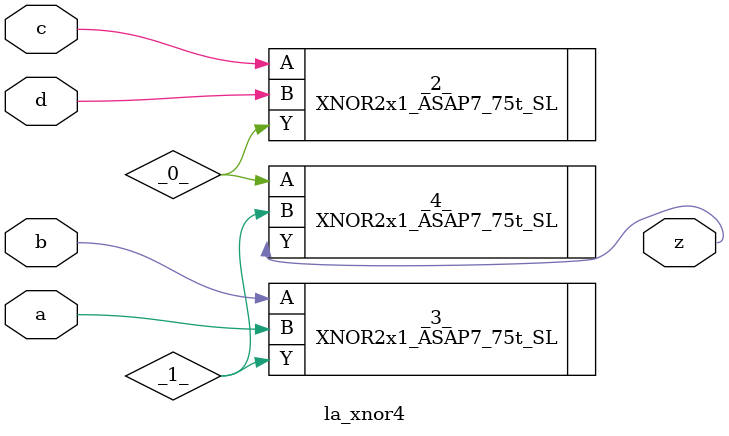
<source format=v>

/* Generated by Yosys 0.44 (git sha1 80ba43d26, g++ 11.4.0-1ubuntu1~22.04 -fPIC -O3) */

(* top =  1  *)
(* src = "generated" *)
module la_xnor4 (
    a,
    b,
    c,
    d,
    z
);
  wire _0_;
  wire _1_;
  (* src = "generated" *)
  input a;
  wire a;
  (* src = "generated" *)
  input b;
  wire b;
  (* src = "generated" *)
  input c;
  wire c;
  (* src = "generated" *)
  input d;
  wire d;
  (* src = "generated" *)
  output z;
  wire z;
  XNOR2x1_ASAP7_75t_SL _2_ (
      .A(c),
      .B(d),
      .Y(_0_)
  );
  XNOR2x1_ASAP7_75t_SL _3_ (
      .A(b),
      .B(a),
      .Y(_1_)
  );
  XNOR2x1_ASAP7_75t_SL _4_ (
      .A(_0_),
      .B(_1_),
      .Y(z)
  );
endmodule

</source>
